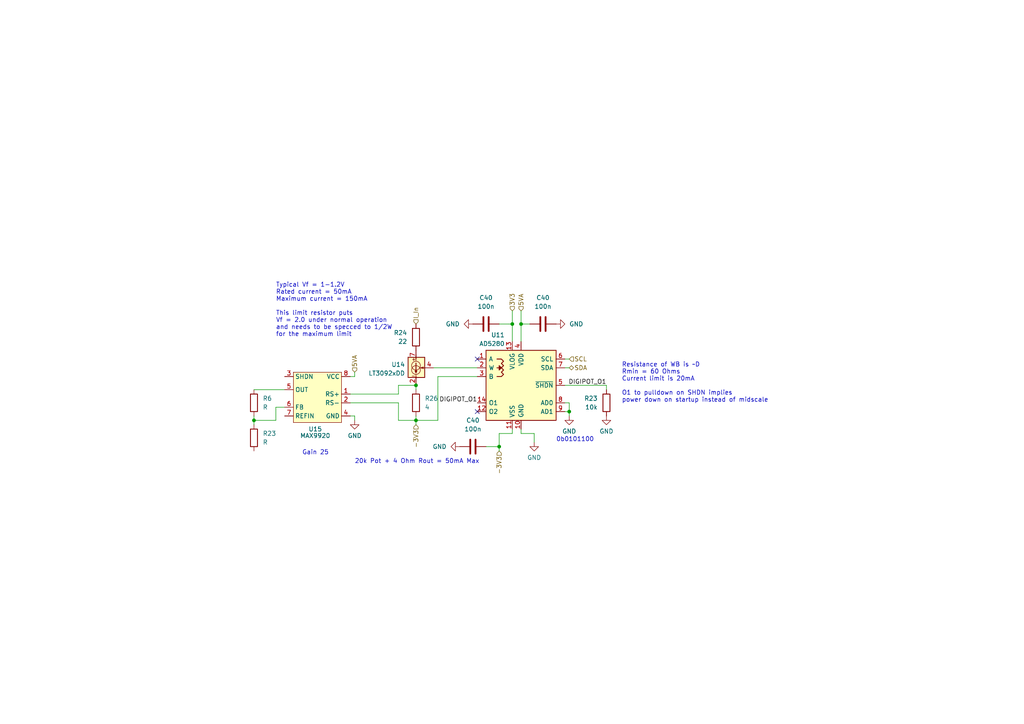
<source format=kicad_sch>
(kicad_sch (version 20230121) (generator eeschema)
  (paper "A4")
  (lib_symbols
    (symbol "DSA2K:MAX9920"
      (property "Reference" "U" (at 0 8.89 0))
      (property "Value" "MAX9920" (at 0 -8.89 0))
      (symbol "MAX9920_1_1"
        (rectangle (start -7.62 7.62) (end 6.35 -6.985) (fill (type background)))
        (pin passive line (at -10.16 1.27 0) (length 2.54) (name "RS+") (number "1"))
        (pin passive line (at -10.16 -1.27 0) (length 2.54) (name "RS-") (number "2"))
        (pin input line (at 8.89 6.35 180) (length 2.54) (name "SHDN") (number "3"))
        (pin power_in line (at -10.16 -5.08 0) (length 2.54) (name "GND") (number "4"))
        (pin output line (at 8.89 2.54 180) (length 2.54) (name "OUT") (number "5"))
        (pin input line (at 8.89 -2.54 180) (length 2.54) (name "FB") (number "6"))
        (pin input line (at 8.89 -5.08 180) (length 2.54) (name "REFIN") (number "7"))
        (pin power_in line (at -10.16 6.35 0) (length 2.54) (name "VCC") (number "8"))
        (pin power_in line (at -10.16 -5.08 0) (length 2.54) hide (name "EP") (number "9"))
      )
    )
    (symbol "Device:C" (pin_numbers hide) (pin_names (offset 0.254))
      (property "Reference" "C" (at 0.635 2.54 0))
      (property "Value" "C" (at 0.635 -2.54 0))
      (symbol "C_0_1"
        (polyline (pts (xy -2.032 -0.762) (xy 2.032 -0.762)) (stroke (width 0.508)))
        (polyline (pts (xy -2.032 0.762) (xy 2.032 0.762)) (stroke (width 0.508)))
      )
      (symbol "C_1_1"
        (pin passive line (at 0 3.81 270) (length 2.794) (name "~") (number "1"))
        (pin passive line (at 0 -3.81 90) (length 2.794) (name "~") (number "2"))
      )
    )
    (symbol "Device:R" (pin_numbers hide) (pin_names (offset 0))
      (property "Reference" "R" (at 2.032 0 90))
      (property "Value" "R" (at 0 0 90))
      (symbol "R_0_1"
        (rectangle (start -1.016 -2.54) (end 1.016 2.54) (stroke (width 0.254)))
      )
      (symbol "R_1_1"
        (pin passive line (at 0 3.81 270) (length 1.27) (name "~") (number "1"))
        (pin passive line (at 0 -3.81 90) (length 1.27) (name "~") (number "2"))
      )
    )
    (symbol "Potentiometer_Digital:AD5280" (pin_names (offset 0.762))
      (property "Reference" "U" (at -7.62 11.43 0))
      (property "Value" "AD5280" (at 5.588 11.43 0))
      (symbol "AD5280_0_1"
        (rectangle (start -10.16 10.16) (end 10.16 -10.16) (stroke (width 0.254)) (fill (type background)))
        (polyline (pts (xy 6.985 5.08) (xy 6.35 5.08) (xy 5.715 5.08) (xy 6.35 5.715) (xy 6.35 4.445) (xy 5.715 5.08)) (stroke (width 0.254)) (fill (type outline)))
        (polyline (pts (xy 6.985 7.62) (xy 5.715 7.62) (xy 5.08 6.985) (xy 5.715 6.35) (xy 5.08 5.715) (xy 5.715 5.08) (xy 5.08 4.445) (xy 5.715 3.81) (xy 5.08 3.175) (xy 5.715 2.54) (xy 6.985 2.54)) (stroke (width 0.254)))
      )
      (symbol "AD5280_1_1"
        (pin passive line (at 12.7 7.62 180) (length 2.54) (name "A") (number "1"))
        (pin power_in line (at 0 -12.7 90) (length 2.54) (name "GND") (number "10"))
        (pin power_in line (at 2.54 -12.7 90) (length 2.54) (name "VSS") (number "11"))
        (pin output line (at 12.7 -7.62 180) (length 2.54) (name "O2") (number "12"))
        (pin power_in line (at 2.54 12.7 270) (length 2.54) (name "VLOG") (number "13"))
        (pin output line (at 12.7 -5.08 180) (length 2.54) (name "O1") (number "14"))
        (pin passive line (at 12.7 5.08 180) (length 2.54) (name "W") (number "2"))
        (pin passive line (at 12.7 2.54 180) (length 2.54) (name "B") (number "3"))
        (pin power_in line (at 0 12.7 270) (length 2.54) (name "VDD") (number "4"))
        (pin input line (at -12.7 0 0) (length 2.54) (name "~{SHDN}") (number "5"))
        (pin input line (at -12.7 7.62 0) (length 2.54) (name "SCL") (number "6"))
        (pin bidirectional line (at -12.7 5.08 0) (length 2.54) (name "SDA") (number "7"))
        (pin input line (at -12.7 -5.08 0) (length 2.54) (name "AD0") (number "8"))
        (pin input line (at -12.7 -7.62 0) (length 2.54) (name "AD1") (number "9"))
      )
    )
    (symbol "Reference_Current:LT3092xDD"
      (property "Reference" "U" (at 0.635 6.35 0))
      (property "Value" "LT3092xDD" (at 0.635 4.445 0))
      (symbol "LT3092xDD_0_1"
        (rectangle (start -2.286 3.048) (end 2.54 -2.794) (stroke (width 0.254)) (fill (type background)))
        (circle (center 0 -0.635) (radius 1.27))
        (polyline (pts (xy -1.143 -2.413) (xy -0.381 -2.413)))
        (polyline (pts (xy -1.016 2.413) (xy -0.254 2.413)))
        (polyline (pts (xy -0.635 2.794) (xy -0.635 2.032)))
        (polyline (pts (xy 0 -1.905) (xy 0 -3.175)))
        (polyline (pts (xy 0 1.397) (xy 0 -1.397)) (stroke (width 0.254)))
        (polyline (pts (xy 0 3.81) (xy 0 1.905)))
        (polyline (pts (xy 2.54 0) (xy 1.27 0)))
        (polyline (pts (xy 0 -1.397) (xy -0.254 -0.889) (xy 0.254 -0.889) (xy 0 -1.397)) (stroke (width 0.254)))
        (polyline (pts (xy 1.27 0) (xy 2.159 0.254) (xy 2.159 -0.254) (xy 1.27 0)))
        (circle (center 0 0.635) (radius 1.27))
      )
      (symbol "LT3092xDD_1_1"
        (pin passive line (at 0 -5.08 90) (length 2.54) hide (name "~") (number "1"))
        (pin passive line (at 0 -5.08 90) (length 2.54) (name "~") (number "2"))
        (pin no_connect line (at -1.27 2.54 0) (length 2.54) hide (name "NC") (number "3"))
        (pin passive line (at 5.08 0 180) (length 2.54) (name "~") (number "4"))
        (pin no_connect line (at -1.27 0 0) (length 2.54) hide (name "NC") (number "5"))
        (pin no_connect line (at -1.27 -2.54 0) (length 2.54) hide (name "NC") (number "6"))
        (pin passive line (at 0 5.08 270) (length 2.54) (name "~") (number "7"))
        (pin passive line (at 0 5.08 270) (length 2.54) hide (name "~") (number "8"))
        (pin passive line (at 0 -5.08 90) (length 2.54) hide (name "~") (number "9"))
      )
    )
    (symbol "power:GND" (power) (pin_names (offset 0))
      (property "Value" "GND" (at 0 -3.81 0))
      (symbol "GND_0_1"
        (polyline (pts (xy 0 0) (xy 0 -1.27) (xy 1.27 -1.27) (xy 0 -2.54) (xy -1.27 -1.27) (xy 0 -1.27)))
      )
      (symbol "GND_1_1"
        (pin power_in line (at 0 0 270) (length 0) hide (name "GND") (number "1"))
      )
    )
  )
  (junction (at 151.13 93.98))
  (junction (at 120.65 111.76))
  (junction (at 148.59 93.98))
  (junction (at 73.66 121.92))
  (junction (at 165.1 119.38))
  (junction (at 144.78 129.54))
  (junction (at 120.65 121.92))
  (no_connect (at 138.43 104.14))
  (no_connect (at 138.43 119.38))
  (wire (pts (xy 115.57 121.92) (xy 120.65 121.92)))
  (wire (pts (xy 120.65 121.92) (xy 127 121.92)))
  (wire (pts (xy 102.87 107.95) (xy 102.87 109.22)))
  (wire (pts (xy 115.57 116.84) (xy 115.57 121.92)))
  (wire (pts (xy 154.94 125.73) (xy 154.94 128.27)))
  (wire (pts (xy 73.66 121.92) (xy 80.01 121.92)))
  (wire (pts (xy 148.59 90.17) (xy 148.59 93.98)))
  (wire (pts (xy 163.83 116.84) (xy 165.1 116.84)))
  (wire (pts (xy 115.57 111.76) (xy 120.65 111.76)))
  (wire (pts (xy 151.13 124.46) (xy 151.13 125.73)))
  (wire (pts (xy 144.78 129.54) (xy 144.78 125.73)))
  (wire (pts (xy 101.6 120.65) (xy 102.87 120.65)))
  (wire (pts (xy 73.66 121.92) (xy 73.66 123.19)))
  (wire (pts (xy 140.97 129.54) (xy 144.78 129.54)))
  (wire (pts (xy 125.73 106.68) (xy 138.43 106.68)))
  (wire (pts (xy 165.1 106.68) (xy 163.83 106.68)))
  (wire (pts (xy 101.6 116.84) (xy 115.57 116.84)))
  (wire (pts (xy 144.78 129.54) (xy 144.78 130.81)))
  (wire (pts (xy 82.55 118.11) (xy 80.01 118.11)))
  (wire (pts (xy 151.13 93.98) (xy 151.13 99.06)))
  (wire (pts (xy 115.57 114.3) (xy 115.57 111.76)))
  (wire (pts (xy 102.87 120.65) (xy 102.87 121.92)))
  (wire (pts (xy 175.895 111.76) (xy 175.895 113.03)))
  (wire (pts (xy 144.78 125.73) (xy 148.59 125.73)))
  (wire (pts (xy 148.59 93.98) (xy 148.59 99.06)))
  (wire (pts (xy 151.13 125.73) (xy 154.94 125.73)))
  (wire (pts (xy 153.67 93.98) (xy 151.13 93.98)))
  (wire (pts (xy 165.1 119.38) (xy 165.1 120.65)))
  (wire (pts (xy 165.1 104.14) (xy 163.83 104.14)))
  (wire (pts (xy 138.43 109.22) (xy 127 109.22)))
  (wire (pts (xy 73.66 113.03) (xy 82.55 113.03)))
  (wire (pts (xy 120.65 121.92) (xy 120.65 120.65)))
  (wire (pts (xy 102.87 109.22) (xy 101.6 109.22)))
  (wire (pts (xy 80.01 118.11) (xy 80.01 121.92)))
  (wire (pts (xy 120.65 111.76) (xy 120.65 113.03)))
  (wire (pts (xy 120.65 121.92) (xy 120.65 123.19)))
  (wire (pts (xy 151.13 90.17) (xy 151.13 93.98)))
  (wire (pts (xy 148.59 93.98) (xy 144.78 93.98)))
  (wire (pts (xy 165.1 116.84) (xy 165.1 119.38)))
  (wire (pts (xy 148.59 125.73) (xy 148.59 124.46)))
  (wire (pts (xy 163.83 119.38) (xy 165.1 119.38)))
  (wire (pts (xy 101.6 114.3) (xy 115.57 114.3)))
  (wire (pts (xy 127 109.22) (xy 127 121.92)))
  (wire (pts (xy 73.66 121.92) (xy 73.66 120.65)))
  (wire (pts (xy 163.83 111.76) (xy 175.895 111.76)))
  (text "Typical Vf = 1-1.2V\nRated current = 50mA\nMaximum current = 150mA\n\nThis limit resistor puts\nVf = 2.0 under normal operation\nand needs to be specced to 1/2W\nfor the maximum limit" (at 80.01 97.79 0) (effects (font (size 1.27 1.27)) (justify left bottom)))
  (text "Resistance of WB is ~D\nRmin = 60 Ohms\nCurrent limit is 20mA\n\nO1 to pulldown on SHDN implies\npower down on startup instead of midscale" (at 180.34 116.84 0) (effects (font (size 1.27 1.27)) (justify left bottom)))
  (text "Gain 25" (at 87.63 132.08 0) (effects (font (size 1.27 1.27)) (justify left bottom)))
  (text "20k Pot + 4 Ohm Rout = 50mA Max" (at 102.87 134.62 0) (effects (font (size 1.27 1.27)) (justify left bottom)))
  (text "0b0101100" (at 161.29 128.27 0) (effects (font (size 1.27 1.27)) (justify left bottom)))
  (label "DIGIPOT_O1" (at 175.895 111.76 180))
  (label "DIGIPOT_O1" (at 138.43 116.84 180))
  (hierarchical_label "SCL" (shape input) (at 165.1 104.14 0))
  (hierarchical_label "-3V3" (shape input) (at 144.78 130.81 270))
  (hierarchical_label "3V3" (shape input) (at 148.59 90.17 90))
  (hierarchical_label "-3V3" (shape input) (at 120.65 123.19 270))
  (hierarchical_label "5VA" (shape input) (at 151.13 90.17 90))
  (hierarchical_label "5VA" (shape input) (at 102.87 107.95 90))
  (hierarchical_label "I_In" (shape input) (at 120.65 93.98 90))
  (hierarchical_label "SDA" (shape bidirectional) (at 165.1 106.68 0))
  (symbol (lib_id "DSA2K:MAX9920") (at 91.44 115.57 0) (mirror y) (unit 1)
    (property "Reference" "U15" (at 91.44 124.46 0))
    (property "Value" "MAX9920" (at 91.44 126.365 0))
    (property "Footprint" "Package_SO:SOIC-8-1EP_3.9x4.9mm_P1.27mm_EP2.29x3mm" (effects hide))
    (property "Datasheet" "https://www.analog.com/media/en/technical-documentation/data-sheets/MAX9918-MAX9920.pdf" (effects hide))
    (property "MPN" "MAX9920ASA" (effects hide))
    (instances (project "ftx" (path "" (reference "U15") (unit 1)) (path "" (reference "U4") (unit 1))) (project "FiberTransmitter" (path "" (reference "U9") (unit 1))))
  )
  (symbol (lib_id "Device:R") (at 73.66 127 0) (unit 1)
    (property "Reference" "R23" (at 76.2 125.73 0) (effects (justify left)))
    (property "Value" "R" (at 76.2 128.27 0) (effects (justify left)))
  )
  (symbol (lib_id "power:GND") (at 154.94 128.27 0) (mirror y) (unit 1)
    (property "Reference" "#PWR060" (effects hide))
    (property "Value" "GND" (at 154.94 132.715 0))
    (instances (project "ftx" (path "" (reference "#PWR060") (unit 1)) (path "" (reference "#PWR017") (unit 1))))
  )
  (symbol (lib_id "Reference_Current:LT3092xDD") (at 120.65 106.68 0) (unit 1)
    (property "Reference" "U14" (at 117.475 105.7275 0) (effects (justify right)))
    (property "Value" "LT3092xDD" (at 117.475 108.2675 0) (effects (justify right)))
    (property "Footprint" "Package_DFN_QFN:DFN-8-1EP_3x3mm_P0.5mm_EP1.66x2.38mm" (effects hide))
    (property "Datasheet" "https://www.analog.com/media/en/technical-documentation/data-sheets/3092fc.pdf" (effects hide))
    (property "MPN" "LT3092EDD" (effects hide))
    (instances (project "ftx" (path "" (reference "U14") (unit 1)) (path "" (reference "U11") (unit 1))) (project "FiberTransmitter" (path "" (reference "U7") (unit 1))))
  )
  (symbol (lib_id "power:GND") (at 161.29 93.98 90) (mirror x) (unit 1)
    (property "Reference" "#PWR060" (effects hide))
    (property "Value" "GND" (at 165.1 93.98 90) (effects (justify right)))
    (instances (project "ftx" (path "" (reference "#PWR060") (unit 1)) (path "" (reference "#PWR023") (unit 1))))
  )
  (symbol (lib_id "Potentiometer_Digital:AD5280") (at 151.13 111.76 0) (mirror y) (unit 1)
    (property "Reference" "U11" (at 146.3959 97.155 0) (effects (justify left)))
    (property "Value" "AD5280" (at 146.3959 99.695 0) (effects (justify left)))
    (property "Footprint" "Package_SO:TSSOP-14_4.4x5mm_P0.65mm" (effects hide))
    (property "Datasheet" "https://www.analog.com/media/en/technical-documentation/data-sheets/AD5280_5282.pdf" (effects hide))
    (instances (project "ftx" (path "" (reference "U11") (unit 1)) (path "" (reference "U14") (unit 1))))
  )
  (symbol (lib_id "Device:C") (at 157.48 93.98 90) (mirror x) (unit 1)
    (property "Reference" "C40" (at 157.48 86.36 90))
    (property "Value" "100n" (at 157.48 88.9 90))
    (instances (project "ftx" (path "" (reference "C40") (unit 1)) (path "" (reference "C35") (unit 1))))
  )
  (symbol (lib_id "power:GND") (at 137.16 93.98 270) (mirror x) (unit 1)
    (property "Reference" "#PWR060" (effects hide))
    (property "Value" "GND" (at 133.35 93.98 90) (effects (justify right)))
    (instances (project "ftx" (path "" (reference "#PWR060") (unit 1)) (path "" (reference "#PWR020") (unit 1))))
  )
  (symbol (lib_id "Device:R") (at 175.895 116.84 0) (mirror y) (unit 1)
    (property "Reference" "R23" (at 173.355 115.57 0) (effects (justify left)))
    (property "Value" "10k" (at 173.355 118.11 0) (effects (justify left)))
    (instances (project "ftx" (path "" (reference "R23") (unit 1)) (path "" (reference "R26") (unit 1))))
  )
  (symbol (lib_id "power:GND") (at 175.895 120.65 0) (mirror y) (unit 1)
    (property "Reference" "#PWR068" (effects hide))
    (property "Value" "GND" (at 175.895 125.095 0))
    (instances (project "ftx" (path "" (reference "#PWR068") (unit 1)) (path "" (reference "#PWR069") (unit 1))))
  )
  (symbol (lib_id "Device:R") (at 120.65 116.84 0) (unit 1)
    (property "Reference" "R26" (at 123.19 115.57 0) (effects (justify left)))
    (property "Value" "4" (at 123.19 118.11 0) (effects (justify left)))
    (instances (project "ftx" (path "" (reference "R26") (unit 1)) (path "" (reference "R5") (unit 1))))
  )
  (symbol (lib_id "power:GND") (at 133.35 129.54 270) (mirror x) (unit 1)
    (property "Reference" "#PWR060" (effects hide))
    (property "Value" "GND" (at 129.54 129.54 90) (effects (justify right)))
    (instances (project "ftx" (path "" (reference "#PWR060") (unit 1)) (path "" (reference "#PWR018") (unit 1))))
  )
  (symbol (lib_id "Device:C") (at 140.97 93.98 90) (mirror x) (unit 1)
    (property "Reference" "C40" (at 140.97 86.36 90))
    (property "Value" "100n" (at 140.97 88.9 90))
    (instances (project "ftx" (path "" (reference "C40") (unit 1)) (path "" (reference "C13") (unit 1))))
  )
  (symbol (lib_id "Device:R") (at 73.66 116.84 0) (unit 1)
    (property "Reference" "R6" (at 76.2 115.57 0) (effects (justify left)))
    (property "Value" "R" (at 76.2 118.11 0) (effects (justify left)))
  )
  (symbol (lib_id "Device:C") (at 137.16 129.54 90) (mirror x) (unit 1)
    (property "Reference" "C40" (at 137.16 121.92 90))
    (property "Value" "100n" (at 137.16 124.46 90))
    (instances (project "ftx" (path "" (reference "C40") (unit 1)) (path "" (reference "C11") (unit 1))))
  )
  (symbol (lib_id "power:GND") (at 102.87 121.92 0) (mirror y) (unit 1)
    (property "Reference" "#PWR060" (effects hide))
    (property "Value" "GND" (at 102.87 126.365 0))
    (instances (project "ftx" (path "" (reference "#PWR060") (unit 1)) (path "" (reference "#PWR016") (unit 1))))
  )
  (symbol (lib_id "Device:R") (at 120.65 97.79 0) (mirror y) (unit 1)
    (property "Reference" "R24" (at 118.11 96.52 0) (effects (justify left)))
    (property "Value" "22" (at 118.11 99.06 0) (effects (justify left)))
    (instances (project "ftx" (path "" (reference "R24") (unit 1)) (path "" (reference "R4") (unit 1))))
  )
  (symbol (lib_id "power:GND") (at 165.1 120.65 0) (mirror y) (unit 1)
    (property "Reference" "#PWR068" (effects hide))
    (property "Value" "GND" (at 165.1 125.095 0))
    (instances (project "ftx" (path "" (reference "#PWR068") (unit 1)) (path "" (reference "#PWR074") (unit 1))))
  )
)
</source>
